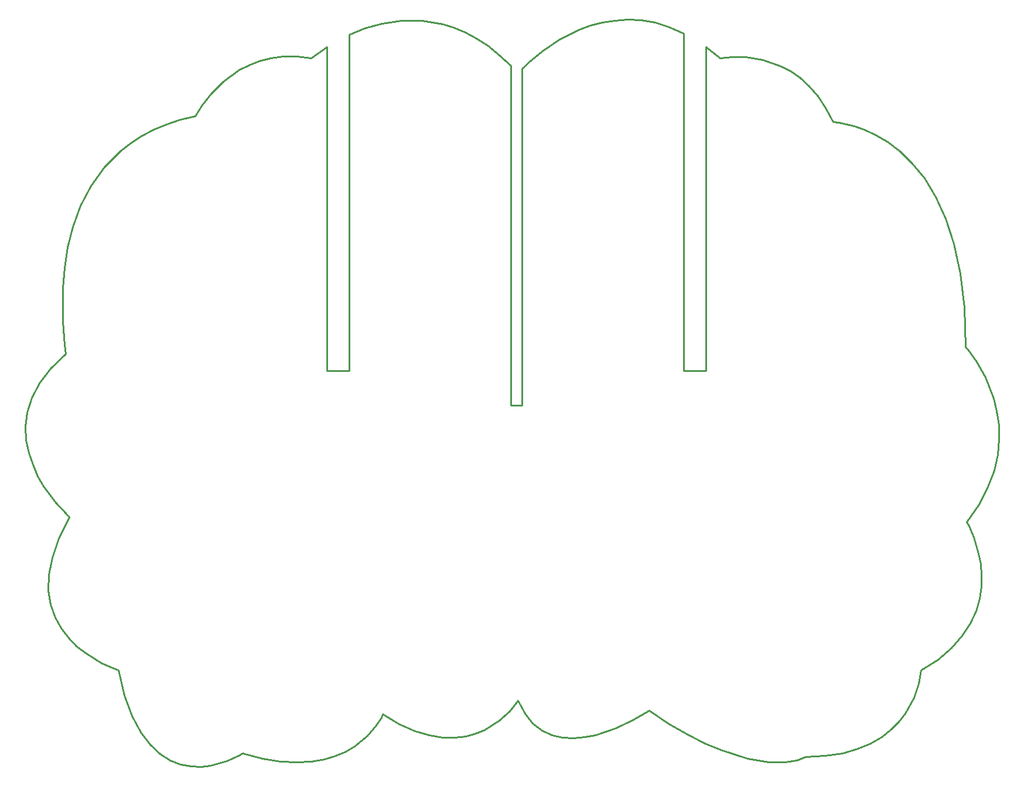
<source format=gko>
G04 EAGLE Gerber RS-274X export*
G75*
%MOMM*%
%FSLAX34Y34*%
%LPD*%
%IN*%
%IPPOS*%
%AMOC8*
5,1,8,0,0,1.08239X$1,22.5*%
G01*
%ADD10C,0.025000*%
%ADD11C,0.254000*%


D10*
X1358809Y606913D02*
X1357015Y663290D01*
X1351208Y712733D01*
X1341958Y755697D01*
X1329833Y792637D01*
X1315404Y824007D01*
X1299241Y850263D01*
X1281913Y871859D01*
X1263990Y889251D01*
X1246042Y902893D01*
X1228638Y913240D01*
X1212349Y920748D01*
X1197744Y925870D01*
X1175865Y930779D01*
X1167559Y931607D01*
X1156871Y952121D01*
X1145116Y969511D01*
X1132537Y984023D01*
X1119375Y995906D01*
X1105874Y1005410D01*
X1092275Y1012783D01*
X1065753Y1022130D01*
X1041750Y1025937D01*
X1022204Y1026194D01*
X1004240Y1024011D01*
X984183Y1040072D01*
X984183Y572243D01*
X951925Y572243D01*
X951925Y1059965D01*
X930612Y1069253D01*
X909844Y1075489D01*
X889697Y1078970D01*
X870245Y1079993D01*
X851561Y1078856D01*
X833721Y1075857D01*
X816797Y1071293D01*
X800866Y1065461D01*
X772274Y1051183D01*
X748539Y1035406D01*
X730255Y1020507D01*
X718016Y1008868D01*
X718016Y521953D01*
X701758Y521953D01*
X701758Y1013384D01*
X685291Y1028702D01*
X668818Y1041687D01*
X652393Y1052480D01*
X636070Y1061225D01*
X619905Y1068063D01*
X603951Y1073138D01*
X572896Y1078569D01*
X543343Y1078658D01*
X515727Y1074546D01*
X490486Y1067374D01*
X468056Y1058284D01*
X468056Y572243D01*
X435798Y572243D01*
X435798Y1040509D01*
X413289Y1024011D01*
X392284Y1026611D01*
X372770Y1026579D01*
X354730Y1024256D01*
X338144Y1019981D01*
X322993Y1014094D01*
X309259Y1006936D01*
X285965Y990164D01*
X268111Y972385D01*
X255545Y956319D01*
X245674Y940202D01*
X223798Y935024D01*
X203605Y928489D01*
X185029Y920698D01*
X168006Y911750D01*
X152470Y901744D01*
X138357Y890781D01*
X114141Y866381D01*
X94840Y839347D01*
X79936Y810478D01*
X68910Y780571D01*
X61244Y750425D01*
X56421Y720837D01*
X53921Y692605D01*
X53822Y643401D01*
X56803Y609198D01*
X58717Y596379D01*
X36531Y575205D01*
X20181Y553968D01*
X9061Y532864D01*
X2562Y512092D01*
X76Y491849D01*
X996Y472331D01*
X4713Y453735D01*
X10620Y436260D01*
X18108Y420102D01*
X26571Y405459D01*
X43986Y381505D01*
X58001Y365975D01*
X63753Y360448D01*
X48330Y330042D01*
X38542Y302294D01*
X33749Y277109D01*
X33311Y254389D01*
X36588Y234038D01*
X42939Y215961D01*
X51723Y200062D01*
X62302Y186245D01*
X74033Y174412D01*
X86278Y164470D01*
X109746Y149868D01*
X127583Y141670D01*
X134667Y139108D01*
X143412Y103084D01*
X154094Y73548D01*
X166369Y49923D01*
X179890Y31638D01*
X194313Y18115D01*
X209293Y8783D01*
X224485Y3065D01*
X239543Y388D01*
X254122Y177D01*
X267877Y1858D01*
X291534Y8597D01*
X307753Y16011D01*
X313774Y19503D01*
X342609Y11988D01*
X368753Y7725D01*
X392323Y6331D01*
X413431Y7424D01*
X432192Y10624D01*
X448721Y15548D01*
X463133Y21814D01*
X475541Y29042D01*
X494807Y44852D01*
X507434Y59926D01*
X514338Y71210D01*
X516436Y75650D01*
X540547Y61660D01*
X563023Y51746D01*
X583873Y45469D01*
X603109Y42391D01*
X620743Y42075D01*
X636784Y44082D01*
X651246Y47976D01*
X664137Y53319D01*
X685257Y66598D01*
X700232Y80419D01*
X712105Y95678D01*
X721792Y76850D01*
X733409Y62525D01*
X746605Y52248D01*
X761027Y45566D01*
X776322Y42026D01*
X792137Y41173D01*
X808120Y42555D01*
X823917Y45718D01*
X853547Y55569D01*
X878204Y67099D01*
X901316Y80678D01*
X930415Y61871D01*
X957304Y46355D01*
X982029Y33844D01*
X1004637Y24051D01*
X1043681Y11473D01*
X1074804Y6326D01*
X1098371Y6316D01*
X1114752Y9150D01*
X1127415Y14170D01*
X1155975Y15573D01*
X1181079Y19538D01*
X1202949Y25700D01*
X1221809Y33691D01*
X1237880Y43147D01*
X1251385Y53701D01*
X1262548Y64987D01*
X1271591Y76639D01*
X1284206Y99577D01*
X1291011Y119587D01*
X1294318Y139108D01*
X1318848Y154995D01*
X1338614Y171816D01*
X1354055Y189300D01*
X1365609Y207177D01*
X1373716Y225178D01*
X1378815Y243031D01*
X1381345Y260466D01*
X1381744Y277214D01*
X1380452Y293003D01*
X1377908Y307564D01*
X1370820Y331920D01*
X1363991Y348120D01*
X1360934Y354000D01*
X1378357Y379458D01*
X1391238Y404272D01*
X1400050Y428305D01*
X1405265Y451418D01*
X1407352Y473475D01*
X1406785Y494337D01*
X1404034Y513865D01*
X1399571Y531924D01*
X1387395Y563078D01*
X1374028Y586695D01*
X1363242Y601675D01*
X1358809Y606913D01*
D11*
X76Y491849D02*
X996Y472331D01*
X4713Y453735D01*
X10620Y436260D01*
X18108Y420102D01*
X26571Y405459D01*
X43986Y381505D01*
X58001Y365975D01*
X63753Y360448D01*
X48330Y330042D01*
X38542Y302294D01*
X33749Y277109D01*
X33311Y254389D01*
X36588Y234038D01*
X42939Y215961D01*
X51723Y200062D01*
X62302Y186245D01*
X74033Y174412D01*
X86278Y164470D01*
X109746Y149868D01*
X127583Y141670D01*
X134667Y139108D01*
X143412Y103084D01*
X154094Y73548D01*
X166369Y49923D01*
X179890Y31638D01*
X194313Y18115D01*
X209293Y8783D01*
X224485Y3065D01*
X239543Y388D01*
X254122Y177D01*
X267877Y1858D01*
X291534Y8597D01*
X307753Y16011D01*
X313774Y19503D01*
X342609Y11988D01*
X368753Y7725D01*
X392323Y6331D01*
X413431Y7424D01*
X432192Y10624D01*
X448721Y15548D01*
X463133Y21814D01*
X475541Y29042D01*
X494807Y44852D01*
X507434Y59926D01*
X514338Y71210D01*
X516436Y75650D01*
X540547Y61660D01*
X563023Y51746D01*
X583873Y45469D01*
X603109Y42391D01*
X620743Y42075D01*
X636784Y44082D01*
X651246Y47976D01*
X664137Y53319D01*
X685257Y66598D01*
X700232Y80419D01*
X712105Y95678D01*
X721792Y76850D01*
X733409Y62525D01*
X746605Y52248D01*
X761027Y45566D01*
X776322Y42026D01*
X792137Y41173D01*
X808120Y42555D01*
X823917Y45718D01*
X853547Y55569D01*
X878204Y67099D01*
X901316Y80678D01*
X930415Y61871D01*
X957304Y46355D01*
X982029Y33844D01*
X1004637Y24051D01*
X1043681Y11473D01*
X1074804Y6326D01*
X1098371Y6316D01*
X1114752Y9150D01*
X1127415Y14170D01*
X1155975Y15573D01*
X1181079Y19538D01*
X1202949Y25700D01*
X1221809Y33691D01*
X1237880Y43147D01*
X1251385Y53701D01*
X1262548Y64987D01*
X1271591Y76639D01*
X1284206Y99577D01*
X1291011Y119587D01*
X1294318Y139108D01*
X1318848Y154995D01*
X1338614Y171816D01*
X1354055Y189300D01*
X1365609Y207177D01*
X1373716Y225178D01*
X1378815Y243031D01*
X1381345Y260466D01*
X1381744Y277214D01*
X1380452Y293003D01*
X1377908Y307564D01*
X1370820Y331920D01*
X1363991Y348120D01*
X1360934Y354000D01*
X1378357Y379458D01*
X1391238Y404272D01*
X1400050Y428305D01*
X1405265Y451418D01*
X1407352Y473475D01*
X1406785Y494337D01*
X1404034Y513865D01*
X1399571Y531924D01*
X1387395Y563078D01*
X1374028Y586695D01*
X1363242Y601675D01*
X1358809Y606913D01*
X1357015Y663290D01*
X1351208Y712733D01*
X1341958Y755697D01*
X1329833Y792637D01*
X1315404Y824007D01*
X1299241Y850263D01*
X1281913Y871859D01*
X1263990Y889251D01*
X1246042Y902893D01*
X1228638Y913240D01*
X1212349Y920748D01*
X1197744Y925870D01*
X1175865Y930779D01*
X1167559Y931607D01*
X1156871Y952121D01*
X1145116Y969511D01*
X1132537Y984023D01*
X1119375Y995906D01*
X1105874Y1005410D01*
X1092275Y1012783D01*
X1065753Y1022130D01*
X1041750Y1025937D01*
X1022204Y1026194D01*
X1004240Y1024011D01*
X984183Y1040072D01*
X984183Y572243D01*
X951925Y572243D01*
X951925Y1059965D01*
X930612Y1069253D01*
X909844Y1075489D01*
X889697Y1078970D01*
X870245Y1079993D01*
X851561Y1078856D01*
X833721Y1075857D01*
X816797Y1071293D01*
X800866Y1065461D01*
X772274Y1051183D01*
X748539Y1035406D01*
X730255Y1020507D01*
X718016Y1008868D01*
X718016Y521953D01*
X701758Y521953D01*
X701758Y1013384D01*
X685291Y1028702D01*
X668818Y1041687D01*
X652393Y1052480D01*
X636070Y1061225D01*
X619905Y1068063D01*
X603951Y1073138D01*
X572896Y1078569D01*
X543343Y1078658D01*
X515727Y1074546D01*
X490486Y1067374D01*
X468056Y1058284D01*
X468056Y572243D01*
X435798Y572243D01*
X435798Y1040509D01*
X413289Y1024011D01*
X392284Y1026611D01*
X372770Y1026579D01*
X354730Y1024256D01*
X338144Y1019981D01*
X322993Y1014094D01*
X309259Y1006936D01*
X285965Y990164D01*
X268111Y972385D01*
X255545Y956319D01*
X245674Y940202D01*
X223798Y935024D01*
X203605Y928489D01*
X185029Y920698D01*
X168006Y911750D01*
X152470Y901744D01*
X138357Y890781D01*
X114141Y866381D01*
X94840Y839347D01*
X79936Y810478D01*
X68910Y780571D01*
X61244Y750425D01*
X56421Y720837D01*
X53921Y692605D01*
X53822Y643401D01*
X56803Y609198D01*
X58717Y596379D01*
X36531Y575205D01*
X20181Y553968D01*
X9061Y532864D01*
X2562Y512092D01*
X76Y491849D01*
M02*

</source>
